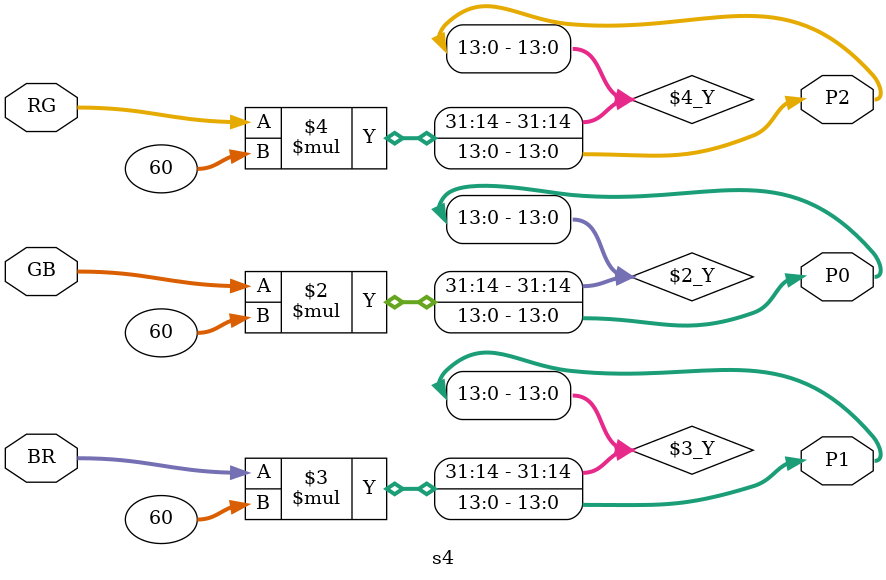
<source format=v>
module s4(
    input [13:0] GB,BR,RG,
    output reg [13:0] P0,P1,P2
);

always @(GB,BR,RG) begin
    P0 <= GB * 60;
    P1 <= BR * 60;
    P2 <= RG * 60;
end
endmodule
</source>
